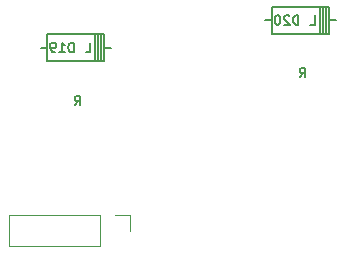
<source format=gbr>
G04 #@! TF.GenerationSoftware,KiCad,Pcbnew,(5.1.0)-1*
G04 #@! TF.CreationDate,2020-09-29T23:23:25+10:00*
G04 #@! TF.ProjectId,oddball,6f646462-616c-46c2-9e6b-696361645f70,rev?*
G04 #@! TF.SameCoordinates,Original*
G04 #@! TF.FileFunction,Legend,Bot*
G04 #@! TF.FilePolarity,Positive*
%FSLAX46Y46*%
G04 Gerber Fmt 4.6, Leading zero omitted, Abs format (unit mm)*
G04 Created by KiCad (PCBNEW (5.1.0)-1) date 2020-09-29 23:23:25*
%MOMM*%
%LPD*%
G04 APERTURE LIST*
%ADD10C,0.120000*%
%ADD11C,0.203200*%
%ADD12C,0.150000*%
G04 APERTURE END LIST*
D10*
X212470000Y-116180000D02*
X212470000Y-113520000D01*
X212470000Y-116180000D02*
X204790000Y-116180000D01*
X204790000Y-116180000D02*
X204790000Y-113520000D01*
X212470000Y-113520000D02*
X204790000Y-113520000D01*
X215070000Y-113520000D02*
X213740000Y-113520000D01*
X215070000Y-114850000D02*
X215070000Y-113520000D01*
D11*
X231883000Y-97060000D02*
X232454500Y-97060000D01*
X227057000Y-97060000D02*
X226485500Y-97060000D01*
X227057000Y-95917000D02*
X227057000Y-98203000D01*
X231883000Y-98203000D02*
X231883000Y-95917000D01*
X227057000Y-98203000D02*
X231883000Y-98203000D01*
X231883000Y-95917000D02*
X227057000Y-95917000D01*
D12*
X231620000Y-98160000D02*
X231620000Y-95960000D01*
X231120000Y-98210000D02*
X231120000Y-96010000D01*
X231370000Y-96010000D02*
X231370000Y-98210000D01*
D11*
X212863000Y-99370000D02*
X213434500Y-99370000D01*
X208037000Y-99370000D02*
X207465500Y-99370000D01*
X208037000Y-98227000D02*
X208037000Y-100513000D01*
X212863000Y-100513000D02*
X212863000Y-98227000D01*
X208037000Y-100513000D02*
X212863000Y-100513000D01*
X212863000Y-98227000D02*
X208037000Y-98227000D01*
D12*
X212600000Y-100470000D02*
X212600000Y-98270000D01*
X212100000Y-100520000D02*
X212100000Y-98320000D01*
X212350000Y-98320000D02*
X212350000Y-100520000D01*
X229287833Y-97421904D02*
X229287833Y-96621904D01*
X229097357Y-96621904D01*
X228983071Y-96660000D01*
X228906880Y-96736190D01*
X228868785Y-96812380D01*
X228830690Y-96964761D01*
X228830690Y-97079047D01*
X228868785Y-97231428D01*
X228906880Y-97307619D01*
X228983071Y-97383809D01*
X229097357Y-97421904D01*
X229287833Y-97421904D01*
X228525928Y-96698095D02*
X228487833Y-96660000D01*
X228411642Y-96621904D01*
X228221166Y-96621904D01*
X228144976Y-96660000D01*
X228106880Y-96698095D01*
X228068785Y-96774285D01*
X228068785Y-96850476D01*
X228106880Y-96964761D01*
X228564023Y-97421904D01*
X228068785Y-97421904D01*
X227573547Y-96621904D02*
X227497357Y-96621904D01*
X227421166Y-96660000D01*
X227383071Y-96698095D01*
X227344976Y-96774285D01*
X227306880Y-96926666D01*
X227306880Y-97117142D01*
X227344976Y-97269523D01*
X227383071Y-97345714D01*
X227421166Y-97383809D01*
X227497357Y-97421904D01*
X227573547Y-97421904D01*
X227649738Y-97383809D01*
X227687833Y-97345714D01*
X227725928Y-97269523D01*
X227764023Y-97117142D01*
X227764023Y-96926666D01*
X227725928Y-96774285D01*
X227687833Y-96698095D01*
X227649738Y-96660000D01*
X227573547Y-96621904D01*
X230301071Y-97421904D02*
X230682023Y-97421904D01*
X230682023Y-96621904D01*
X210267833Y-99731904D02*
X210267833Y-98931904D01*
X210077357Y-98931904D01*
X209963071Y-98970000D01*
X209886880Y-99046190D01*
X209848785Y-99122380D01*
X209810690Y-99274761D01*
X209810690Y-99389047D01*
X209848785Y-99541428D01*
X209886880Y-99617619D01*
X209963071Y-99693809D01*
X210077357Y-99731904D01*
X210267833Y-99731904D01*
X209048785Y-99731904D02*
X209505928Y-99731904D01*
X209277357Y-99731904D02*
X209277357Y-98931904D01*
X209353547Y-99046190D01*
X209429738Y-99122380D01*
X209505928Y-99160476D01*
X208667833Y-99731904D02*
X208515452Y-99731904D01*
X208439261Y-99693809D01*
X208401166Y-99655714D01*
X208324976Y-99541428D01*
X208286880Y-99389047D01*
X208286880Y-99084285D01*
X208324976Y-99008095D01*
X208363071Y-98970000D01*
X208439261Y-98931904D01*
X208591642Y-98931904D01*
X208667833Y-98970000D01*
X208705928Y-99008095D01*
X208744023Y-99084285D01*
X208744023Y-99274761D01*
X208705928Y-99350952D01*
X208667833Y-99389047D01*
X208591642Y-99427142D01*
X208439261Y-99427142D01*
X208363071Y-99389047D01*
X208324976Y-99350952D01*
X208286880Y-99274761D01*
X211281071Y-99731904D02*
X211662023Y-99731904D01*
X211662023Y-98931904D01*
X210352380Y-104261904D02*
X210619047Y-103880952D01*
X210809523Y-104261904D02*
X210809523Y-103461904D01*
X210504761Y-103461904D01*
X210428571Y-103500000D01*
X210390476Y-103538095D01*
X210352380Y-103614285D01*
X210352380Y-103728571D01*
X210390476Y-103804761D01*
X210428571Y-103842857D01*
X210504761Y-103880952D01*
X210809523Y-103880952D01*
X229402380Y-101891904D02*
X229669047Y-101510952D01*
X229859523Y-101891904D02*
X229859523Y-101091904D01*
X229554761Y-101091904D01*
X229478571Y-101130000D01*
X229440476Y-101168095D01*
X229402380Y-101244285D01*
X229402380Y-101358571D01*
X229440476Y-101434761D01*
X229478571Y-101472857D01*
X229554761Y-101510952D01*
X229859523Y-101510952D01*
M02*

</source>
